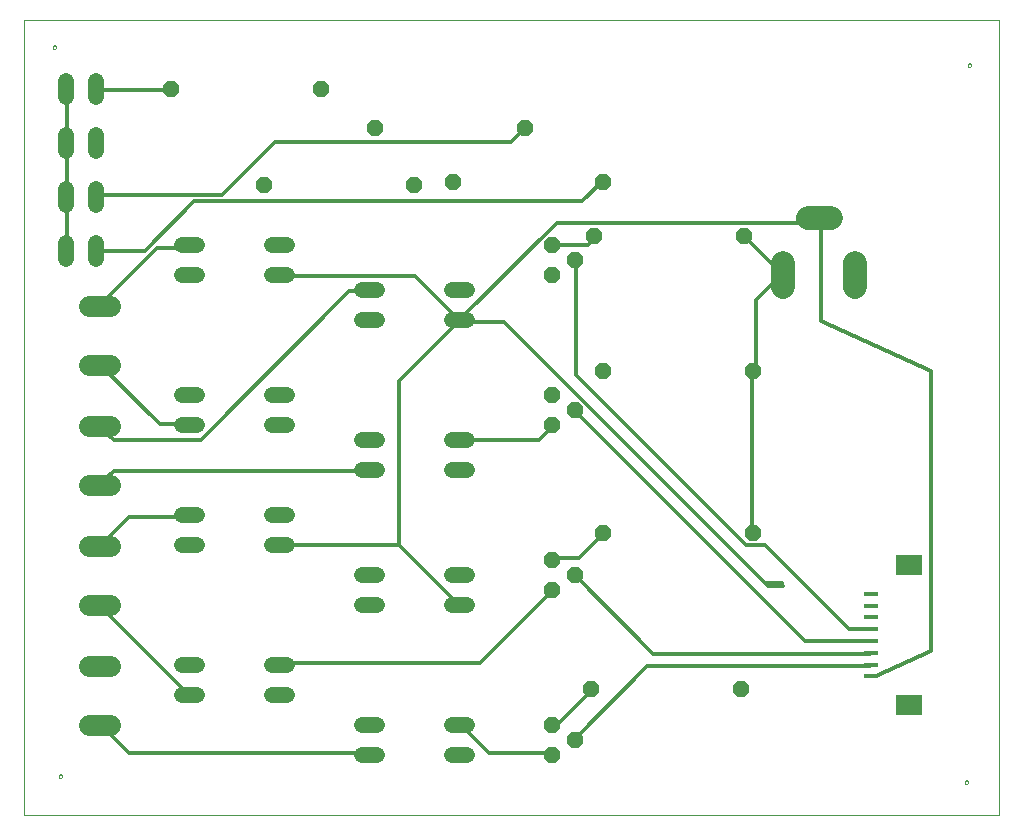
<source format=gtl>
G75*
%MOIN*%
%OFA0B0*%
%FSLAX25Y25*%
%IPPOS*%
%LPD*%
%AMOC8*
5,1,8,0,0,1.08239X$1,22.5*
%
%ADD10C,0.00000*%
%ADD11C,0.07874*%
%ADD12C,0.05200*%
%ADD13OC8,0.05200*%
%ADD14C,0.07050*%
%ADD15R,0.05118X0.01181*%
%ADD16R,0.08661X0.07087*%
%ADD17C,0.01260*%
D10*
X0025790Y0013186D02*
X0350790Y0013186D01*
X0350790Y0278186D01*
X0025790Y0278186D01*
X0025790Y0013186D01*
X0037199Y0026186D02*
X0037201Y0026234D01*
X0037207Y0026282D01*
X0037217Y0026329D01*
X0037230Y0026375D01*
X0037248Y0026420D01*
X0037268Y0026464D01*
X0037293Y0026506D01*
X0037321Y0026545D01*
X0037351Y0026582D01*
X0037385Y0026616D01*
X0037422Y0026648D01*
X0037460Y0026677D01*
X0037501Y0026702D01*
X0037544Y0026724D01*
X0037589Y0026742D01*
X0037635Y0026756D01*
X0037682Y0026767D01*
X0037730Y0026774D01*
X0037778Y0026777D01*
X0037826Y0026776D01*
X0037874Y0026771D01*
X0037922Y0026762D01*
X0037968Y0026750D01*
X0038013Y0026733D01*
X0038057Y0026713D01*
X0038099Y0026690D01*
X0038139Y0026663D01*
X0038177Y0026633D01*
X0038212Y0026600D01*
X0038244Y0026564D01*
X0038274Y0026526D01*
X0038300Y0026485D01*
X0038322Y0026442D01*
X0038342Y0026398D01*
X0038357Y0026353D01*
X0038369Y0026306D01*
X0038377Y0026258D01*
X0038381Y0026210D01*
X0038381Y0026162D01*
X0038377Y0026114D01*
X0038369Y0026066D01*
X0038357Y0026019D01*
X0038342Y0025974D01*
X0038322Y0025930D01*
X0038300Y0025887D01*
X0038274Y0025846D01*
X0038244Y0025808D01*
X0038212Y0025772D01*
X0038177Y0025739D01*
X0038139Y0025709D01*
X0038099Y0025682D01*
X0038057Y0025659D01*
X0038013Y0025639D01*
X0037968Y0025622D01*
X0037922Y0025610D01*
X0037874Y0025601D01*
X0037826Y0025596D01*
X0037778Y0025595D01*
X0037730Y0025598D01*
X0037682Y0025605D01*
X0037635Y0025616D01*
X0037589Y0025630D01*
X0037544Y0025648D01*
X0037501Y0025670D01*
X0037460Y0025695D01*
X0037422Y0025724D01*
X0037385Y0025756D01*
X0037351Y0025790D01*
X0037321Y0025827D01*
X0037293Y0025866D01*
X0037268Y0025908D01*
X0037248Y0025952D01*
X0037230Y0025997D01*
X0037217Y0026043D01*
X0037207Y0026090D01*
X0037201Y0026138D01*
X0037199Y0026186D01*
X0339199Y0024186D02*
X0339201Y0024234D01*
X0339207Y0024282D01*
X0339217Y0024329D01*
X0339230Y0024375D01*
X0339248Y0024420D01*
X0339268Y0024464D01*
X0339293Y0024506D01*
X0339321Y0024545D01*
X0339351Y0024582D01*
X0339385Y0024616D01*
X0339422Y0024648D01*
X0339460Y0024677D01*
X0339501Y0024702D01*
X0339544Y0024724D01*
X0339589Y0024742D01*
X0339635Y0024756D01*
X0339682Y0024767D01*
X0339730Y0024774D01*
X0339778Y0024777D01*
X0339826Y0024776D01*
X0339874Y0024771D01*
X0339922Y0024762D01*
X0339968Y0024750D01*
X0340013Y0024733D01*
X0340057Y0024713D01*
X0340099Y0024690D01*
X0340139Y0024663D01*
X0340177Y0024633D01*
X0340212Y0024600D01*
X0340244Y0024564D01*
X0340274Y0024526D01*
X0340300Y0024485D01*
X0340322Y0024442D01*
X0340342Y0024398D01*
X0340357Y0024353D01*
X0340369Y0024306D01*
X0340377Y0024258D01*
X0340381Y0024210D01*
X0340381Y0024162D01*
X0340377Y0024114D01*
X0340369Y0024066D01*
X0340357Y0024019D01*
X0340342Y0023974D01*
X0340322Y0023930D01*
X0340300Y0023887D01*
X0340274Y0023846D01*
X0340244Y0023808D01*
X0340212Y0023772D01*
X0340177Y0023739D01*
X0340139Y0023709D01*
X0340099Y0023682D01*
X0340057Y0023659D01*
X0340013Y0023639D01*
X0339968Y0023622D01*
X0339922Y0023610D01*
X0339874Y0023601D01*
X0339826Y0023596D01*
X0339778Y0023595D01*
X0339730Y0023598D01*
X0339682Y0023605D01*
X0339635Y0023616D01*
X0339589Y0023630D01*
X0339544Y0023648D01*
X0339501Y0023670D01*
X0339460Y0023695D01*
X0339422Y0023724D01*
X0339385Y0023756D01*
X0339351Y0023790D01*
X0339321Y0023827D01*
X0339293Y0023866D01*
X0339268Y0023908D01*
X0339248Y0023952D01*
X0339230Y0023997D01*
X0339217Y0024043D01*
X0339207Y0024090D01*
X0339201Y0024138D01*
X0339199Y0024186D01*
X0340199Y0263186D02*
X0340201Y0263234D01*
X0340207Y0263282D01*
X0340217Y0263329D01*
X0340230Y0263375D01*
X0340248Y0263420D01*
X0340268Y0263464D01*
X0340293Y0263506D01*
X0340321Y0263545D01*
X0340351Y0263582D01*
X0340385Y0263616D01*
X0340422Y0263648D01*
X0340460Y0263677D01*
X0340501Y0263702D01*
X0340544Y0263724D01*
X0340589Y0263742D01*
X0340635Y0263756D01*
X0340682Y0263767D01*
X0340730Y0263774D01*
X0340778Y0263777D01*
X0340826Y0263776D01*
X0340874Y0263771D01*
X0340922Y0263762D01*
X0340968Y0263750D01*
X0341013Y0263733D01*
X0341057Y0263713D01*
X0341099Y0263690D01*
X0341139Y0263663D01*
X0341177Y0263633D01*
X0341212Y0263600D01*
X0341244Y0263564D01*
X0341274Y0263526D01*
X0341300Y0263485D01*
X0341322Y0263442D01*
X0341342Y0263398D01*
X0341357Y0263353D01*
X0341369Y0263306D01*
X0341377Y0263258D01*
X0341381Y0263210D01*
X0341381Y0263162D01*
X0341377Y0263114D01*
X0341369Y0263066D01*
X0341357Y0263019D01*
X0341342Y0262974D01*
X0341322Y0262930D01*
X0341300Y0262887D01*
X0341274Y0262846D01*
X0341244Y0262808D01*
X0341212Y0262772D01*
X0341177Y0262739D01*
X0341139Y0262709D01*
X0341099Y0262682D01*
X0341057Y0262659D01*
X0341013Y0262639D01*
X0340968Y0262622D01*
X0340922Y0262610D01*
X0340874Y0262601D01*
X0340826Y0262596D01*
X0340778Y0262595D01*
X0340730Y0262598D01*
X0340682Y0262605D01*
X0340635Y0262616D01*
X0340589Y0262630D01*
X0340544Y0262648D01*
X0340501Y0262670D01*
X0340460Y0262695D01*
X0340422Y0262724D01*
X0340385Y0262756D01*
X0340351Y0262790D01*
X0340321Y0262827D01*
X0340293Y0262866D01*
X0340268Y0262908D01*
X0340248Y0262952D01*
X0340230Y0262997D01*
X0340217Y0263043D01*
X0340207Y0263090D01*
X0340201Y0263138D01*
X0340199Y0263186D01*
X0035199Y0269186D02*
X0035201Y0269234D01*
X0035207Y0269282D01*
X0035217Y0269329D01*
X0035230Y0269375D01*
X0035248Y0269420D01*
X0035268Y0269464D01*
X0035293Y0269506D01*
X0035321Y0269545D01*
X0035351Y0269582D01*
X0035385Y0269616D01*
X0035422Y0269648D01*
X0035460Y0269677D01*
X0035501Y0269702D01*
X0035544Y0269724D01*
X0035589Y0269742D01*
X0035635Y0269756D01*
X0035682Y0269767D01*
X0035730Y0269774D01*
X0035778Y0269777D01*
X0035826Y0269776D01*
X0035874Y0269771D01*
X0035922Y0269762D01*
X0035968Y0269750D01*
X0036013Y0269733D01*
X0036057Y0269713D01*
X0036099Y0269690D01*
X0036139Y0269663D01*
X0036177Y0269633D01*
X0036212Y0269600D01*
X0036244Y0269564D01*
X0036274Y0269526D01*
X0036300Y0269485D01*
X0036322Y0269442D01*
X0036342Y0269398D01*
X0036357Y0269353D01*
X0036369Y0269306D01*
X0036377Y0269258D01*
X0036381Y0269210D01*
X0036381Y0269162D01*
X0036377Y0269114D01*
X0036369Y0269066D01*
X0036357Y0269019D01*
X0036342Y0268974D01*
X0036322Y0268930D01*
X0036300Y0268887D01*
X0036274Y0268846D01*
X0036244Y0268808D01*
X0036212Y0268772D01*
X0036177Y0268739D01*
X0036139Y0268709D01*
X0036099Y0268682D01*
X0036057Y0268659D01*
X0036013Y0268639D01*
X0035968Y0268622D01*
X0035922Y0268610D01*
X0035874Y0268601D01*
X0035826Y0268596D01*
X0035778Y0268595D01*
X0035730Y0268598D01*
X0035682Y0268605D01*
X0035635Y0268616D01*
X0035589Y0268630D01*
X0035544Y0268648D01*
X0035501Y0268670D01*
X0035460Y0268695D01*
X0035422Y0268724D01*
X0035385Y0268756D01*
X0035351Y0268790D01*
X0035321Y0268827D01*
X0035293Y0268866D01*
X0035268Y0268908D01*
X0035248Y0268952D01*
X0035230Y0268997D01*
X0035217Y0269043D01*
X0035207Y0269090D01*
X0035201Y0269138D01*
X0035199Y0269186D01*
D11*
X0278586Y0197123D02*
X0278586Y0189249D01*
X0302601Y0189249D02*
X0302601Y0197123D01*
X0294727Y0212084D02*
X0286853Y0212084D01*
D12*
X0173390Y0188186D02*
X0168190Y0188186D01*
X0168190Y0178186D02*
X0173390Y0178186D01*
X0143390Y0178186D02*
X0138190Y0178186D01*
X0138190Y0188186D02*
X0143390Y0188186D01*
X0113390Y0193186D02*
X0108190Y0193186D01*
X0108190Y0203186D02*
X0113390Y0203186D01*
X0083390Y0203186D02*
X0078190Y0203186D01*
X0078190Y0193186D02*
X0083390Y0193186D01*
X0049790Y0198586D02*
X0049790Y0203786D01*
X0039790Y0203786D02*
X0039790Y0198586D01*
X0039790Y0216586D02*
X0039790Y0221786D01*
X0049790Y0221786D02*
X0049790Y0216586D01*
X0049790Y0234586D02*
X0049790Y0239786D01*
X0039790Y0239786D02*
X0039790Y0234586D01*
X0039790Y0252586D02*
X0039790Y0257786D01*
X0049790Y0257786D02*
X0049790Y0252586D01*
X0078190Y0153186D02*
X0083390Y0153186D01*
X0083390Y0143186D02*
X0078190Y0143186D01*
X0108190Y0143186D02*
X0113390Y0143186D01*
X0113390Y0153186D02*
X0108190Y0153186D01*
X0138190Y0138186D02*
X0143390Y0138186D01*
X0143390Y0128186D02*
X0138190Y0128186D01*
X0113390Y0113186D02*
X0108190Y0113186D01*
X0108190Y0103186D02*
X0113390Y0103186D01*
X0138190Y0093186D02*
X0143390Y0093186D01*
X0143390Y0083186D02*
X0138190Y0083186D01*
X0113390Y0063186D02*
X0108190Y0063186D01*
X0108190Y0053186D02*
X0113390Y0053186D01*
X0138190Y0043186D02*
X0143390Y0043186D01*
X0143390Y0033186D02*
X0138190Y0033186D01*
X0168190Y0033186D02*
X0173390Y0033186D01*
X0173390Y0043186D02*
X0168190Y0043186D01*
X0168190Y0083186D02*
X0173390Y0083186D01*
X0173390Y0093186D02*
X0168190Y0093186D01*
X0168190Y0128186D02*
X0173390Y0128186D01*
X0173390Y0138186D02*
X0168190Y0138186D01*
X0083390Y0113186D02*
X0078190Y0113186D01*
X0078190Y0103186D02*
X0083390Y0103186D01*
X0083390Y0063186D02*
X0078190Y0063186D01*
X0078190Y0053186D02*
X0083390Y0053186D01*
D13*
X0201790Y0043186D03*
X0209290Y0038186D03*
X0201790Y0033186D03*
X0214790Y0055186D03*
X0201790Y0088186D03*
X0209290Y0093186D03*
X0201790Y0098186D03*
X0218790Y0107186D03*
X0201790Y0143186D03*
X0209290Y0148186D03*
X0201790Y0153186D03*
X0218790Y0161186D03*
X0201790Y0193186D03*
X0209290Y0198186D03*
X0201790Y0203186D03*
X0215790Y0206186D03*
X0218790Y0224186D03*
X0192790Y0242186D03*
X0168790Y0224186D03*
X0155790Y0223186D03*
X0142790Y0242186D03*
X0124790Y0255186D03*
X0105790Y0223186D03*
X0074790Y0255186D03*
X0265790Y0206186D03*
X0268790Y0161186D03*
X0268790Y0107186D03*
X0264790Y0055186D03*
D14*
X0054315Y0063029D02*
X0047265Y0063029D01*
X0047265Y0043344D02*
X0054315Y0043344D01*
X0054315Y0083344D02*
X0047265Y0083344D01*
X0047265Y0103029D02*
X0054315Y0103029D01*
X0054315Y0123344D02*
X0047265Y0123344D01*
X0047265Y0143029D02*
X0054315Y0143029D01*
X0054315Y0163344D02*
X0047265Y0163344D01*
X0047265Y0183029D02*
X0054315Y0183029D01*
D15*
X0307995Y0086966D03*
X0307995Y0083029D03*
X0307995Y0079092D03*
X0307995Y0075155D03*
X0307995Y0071218D03*
X0307995Y0067281D03*
X0307995Y0063344D03*
X0307995Y0059407D03*
D16*
X0320790Y0049958D03*
X0320790Y0096415D03*
D17*
X0307995Y0075155D02*
X0307759Y0075194D01*
X0300525Y0075194D01*
X0272621Y0103098D01*
X0266420Y0103098D01*
X0209580Y0159938D01*
X0209580Y0198176D01*
X0209290Y0198186D01*
X0213713Y0203344D02*
X0202345Y0203344D01*
X0201790Y0203186D01*
X0203290Y0210686D02*
X0290790Y0210686D01*
X0290790Y0212084D01*
X0291223Y0210578D01*
X0291223Y0178009D01*
X0327926Y0161306D01*
X0327926Y0067793D01*
X0309826Y0059692D01*
X0308792Y0059692D01*
X0307995Y0059407D01*
X0307759Y0062793D02*
X0307995Y0063344D01*
X0307759Y0062793D02*
X0233349Y0062793D01*
X0209580Y0039023D01*
X0209290Y0038186D01*
X0204412Y0044190D02*
X0202345Y0044190D01*
X0201790Y0043186D01*
X0204412Y0044190D02*
X0214747Y0054525D01*
X0214790Y0055186D01*
X0235416Y0066926D02*
X0209580Y0092763D01*
X0209290Y0093186D01*
X0210613Y0098964D02*
X0202345Y0098964D01*
X0201790Y0098186D01*
X0210613Y0098964D02*
X0217847Y0106198D01*
X0218790Y0107186D01*
X0201790Y0088186D02*
X0201312Y0087596D01*
X0177542Y0063826D01*
X0111401Y0063826D01*
X0110790Y0063186D01*
X0080790Y0053186D02*
X0080397Y0053491D01*
X0051460Y0082428D01*
X0050790Y0083344D01*
X0050790Y0103029D02*
X0051460Y0103098D01*
X0060761Y0112399D01*
X0080397Y0112399D01*
X0080790Y0113186D01*
X0055593Y0127901D02*
X0051460Y0123767D01*
X0050790Y0123344D01*
X0055593Y0127901D02*
X0140338Y0127901D01*
X0140790Y0128186D01*
X0170790Y0138186D02*
X0171341Y0138236D01*
X0197178Y0138236D01*
X0201312Y0142369D01*
X0201790Y0143186D01*
X0209580Y0147537D02*
X0209290Y0148186D01*
X0209580Y0147537D02*
X0286056Y0071060D01*
X0307759Y0071060D01*
X0307995Y0071218D01*
X0307995Y0067281D02*
X0307759Y0066926D01*
X0235416Y0066926D01*
X0272961Y0090357D02*
X0273290Y0090686D01*
X0278290Y0090686D01*
X0278822Y0089663D02*
X0273654Y0089663D01*
X0272961Y0090357D01*
X0185810Y0177507D01*
X0171341Y0177507D01*
X0170790Y0178186D01*
X0203290Y0210686D01*
X0211647Y0217812D02*
X0217847Y0224013D01*
X0218790Y0224186D01*
X0211647Y0217812D02*
X0082463Y0217812D01*
X0065928Y0201277D01*
X0050426Y0201277D01*
X0049790Y0201186D01*
X0040091Y0201277D02*
X0039790Y0201186D01*
X0040091Y0201277D02*
X0040091Y0218846D01*
X0039790Y0219186D01*
X0040091Y0219879D01*
X0040091Y0236415D01*
X0039790Y0237186D01*
X0040091Y0237448D01*
X0040091Y0255017D01*
X0039790Y0255186D01*
X0049790Y0255186D02*
X0050426Y0255017D01*
X0074196Y0255017D01*
X0074790Y0255186D01*
X0109334Y0237448D02*
X0187877Y0237448D01*
X0192011Y0241582D01*
X0192790Y0242186D01*
X0215790Y0206186D02*
X0215780Y0205411D01*
X0213713Y0203344D01*
X0170790Y0178186D02*
X0170308Y0177507D01*
X0150672Y0157871D01*
X0150672Y0103098D01*
X0170308Y0083462D01*
X0170790Y0083186D01*
X0150672Y0103098D02*
X0111401Y0103098D01*
X0110790Y0103186D01*
X0084530Y0138236D02*
X0055593Y0138236D01*
X0051460Y0142369D01*
X0050790Y0143029D01*
X0051460Y0163039D02*
X0071095Y0143403D01*
X0080397Y0143403D01*
X0080790Y0143186D01*
X0084530Y0138236D02*
X0134137Y0187842D01*
X0140338Y0187842D01*
X0140790Y0188186D01*
X0155839Y0193009D02*
X0170308Y0178541D01*
X0170790Y0178186D01*
X0155839Y0193009D02*
X0111401Y0193009D01*
X0110790Y0193186D01*
X0080790Y0203186D02*
X0080397Y0202310D01*
X0070062Y0202310D01*
X0051460Y0183708D01*
X0050790Y0183029D01*
X0050790Y0163344D02*
X0051460Y0163039D01*
X0049790Y0219186D02*
X0050426Y0219879D01*
X0091765Y0219879D01*
X0109334Y0237448D01*
X0265790Y0206186D02*
X0266420Y0205411D01*
X0275967Y0195863D01*
X0275790Y0195686D01*
X0278290Y0193186D01*
X0277788Y0193009D01*
X0269521Y0184741D01*
X0269521Y0162005D01*
X0268790Y0161186D01*
X0268487Y0160972D01*
X0268487Y0107232D01*
X0268790Y0107186D01*
X0201312Y0033856D02*
X0180643Y0033856D01*
X0171341Y0043157D01*
X0170790Y0043186D01*
X0140790Y0033186D02*
X0140338Y0033856D01*
X0060761Y0033856D01*
X0051460Y0043157D01*
X0050790Y0043344D01*
X0201312Y0033856D02*
X0201790Y0033186D01*
X0278290Y0193186D02*
X0278586Y0193186D01*
X0277788Y0194043D02*
X0275967Y0195863D01*
M02*

</source>
